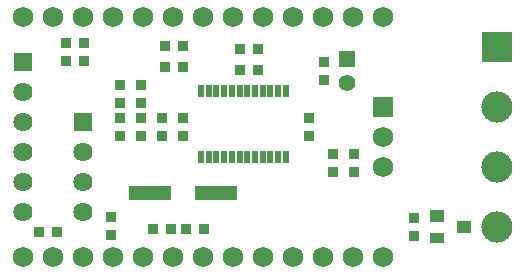
<source format=gbr>
G04 #@! TF.FileFunction,Soldermask,Top*
%FSLAX46Y46*%
G04 Gerber Fmt 4.6, Leading zero omitted, Abs format (unit mm)*
G04 Created by KiCad (PCBNEW 4.0.1-stable) date 8/1/2016 6:35:50 PM*
%MOMM*%
G01*
G04 APERTURE LIST*
%ADD10C,0.100000*%
%ADD11R,0.501600X1.101600*%
%ADD12R,2.641600X2.641600*%
%ADD13C,2.641600*%
%ADD14R,0.965200X0.889000*%
%ADD15R,0.889000X0.965200*%
%ADD16R,1.625600X1.625600*%
%ADD17C,1.625600*%
%ADD18R,1.244600X0.990600*%
%ADD19R,1.244600X0.952500*%
%ADD20R,3.606800X1.295400*%
%ADD21R,1.401600X1.401600*%
%ADD22C,1.401600*%
%ADD23C,1.752600*%
%ADD24R,1.752600X1.752600*%
G04 APERTURE END LIST*
D10*
D11*
X23641000Y15500000D03*
X22991000Y15500000D03*
X22341000Y15500000D03*
X21691000Y15500000D03*
X21041000Y15500000D03*
X20391000Y15500000D03*
X19741000Y15500000D03*
X19091000Y15500000D03*
X18441000Y15500000D03*
X17791000Y15500000D03*
X17141000Y15500000D03*
X16491000Y15500000D03*
X16491000Y9900000D03*
X17141000Y9900000D03*
X17791000Y9900000D03*
X18441000Y9900000D03*
X19091000Y9900000D03*
X19741000Y9900000D03*
X20391000Y9900000D03*
X21041000Y9900000D03*
X21691000Y9900000D03*
X22341000Y9900000D03*
X22991000Y9900000D03*
X23641000Y9900000D03*
D12*
X41529000Y19177000D03*
D13*
X41529000Y14097000D03*
X41529000Y9017000D03*
X41529000Y3937000D03*
D14*
X29464000Y8636000D03*
X29464000Y10160000D03*
D15*
X12446000Y3810000D03*
X13970000Y3810000D03*
X16764000Y3810000D03*
X15240000Y3810000D03*
D14*
X9652000Y13208000D03*
X9652000Y11684000D03*
X9652000Y16002000D03*
X9652000Y14478000D03*
D15*
X21336000Y19050000D03*
X19812000Y19050000D03*
D14*
X26924000Y17907000D03*
X26924000Y16383000D03*
D15*
X21336000Y17272000D03*
X19812000Y17272000D03*
D14*
X14986000Y13208000D03*
X14986000Y11684000D03*
X13208000Y13208000D03*
X13208000Y11684000D03*
D15*
X6604000Y18034000D03*
X5080000Y18034000D03*
X6604000Y19558000D03*
X5080000Y19558000D03*
D16*
X6477000Y12827000D03*
D17*
X6477000Y10287000D03*
X6477000Y7747000D03*
X6477000Y5207000D03*
D18*
X38735000Y3937000D03*
D19*
X36449000Y2984500D03*
D18*
X36449000Y4889500D03*
D14*
X34544000Y3175000D03*
X34544000Y4699000D03*
X27686000Y10160000D03*
X27686000Y8636000D03*
D15*
X13462000Y19304000D03*
X14986000Y19304000D03*
X13462000Y17526000D03*
X14986000Y17526000D03*
D14*
X11430000Y11684000D03*
X11430000Y13208000D03*
X11430000Y14478000D03*
X11430000Y16002000D03*
X25654000Y13208000D03*
X25654000Y11684000D03*
D20*
X17780000Y6858000D03*
X12192000Y6858000D03*
D21*
X28829000Y18161000D03*
D22*
X28829000Y16161000D03*
D23*
X31877000Y21717000D03*
X29337000Y21717000D03*
X26797000Y21717000D03*
X24257000Y21717000D03*
X21717000Y21717000D03*
X19177000Y21717000D03*
X16637000Y21717000D03*
X14097000Y21717000D03*
X11557000Y21717000D03*
X9017000Y21717000D03*
X6477000Y21717000D03*
X3937000Y21717000D03*
X1397000Y21717000D03*
X1397000Y1397000D03*
X3937000Y1397000D03*
X6477000Y1397000D03*
X9017000Y1397000D03*
X11557000Y1397000D03*
X14097000Y1397000D03*
X16637000Y1397000D03*
X19177000Y1397000D03*
X21717000Y1397000D03*
X24257000Y1397000D03*
X26797000Y1397000D03*
X29337000Y1397000D03*
X31877000Y1397000D03*
D16*
X1397000Y17907000D03*
D17*
X1397000Y15367000D03*
X1397000Y12827000D03*
X1397000Y10287000D03*
X1397000Y7747000D03*
X1397000Y5207000D03*
D24*
X31877000Y14097000D03*
D23*
X31877000Y11557000D03*
X31877000Y9017000D03*
D14*
X8890000Y3302000D03*
X8890000Y4826000D03*
D15*
X4318000Y3556000D03*
X2794000Y3556000D03*
M02*

</source>
